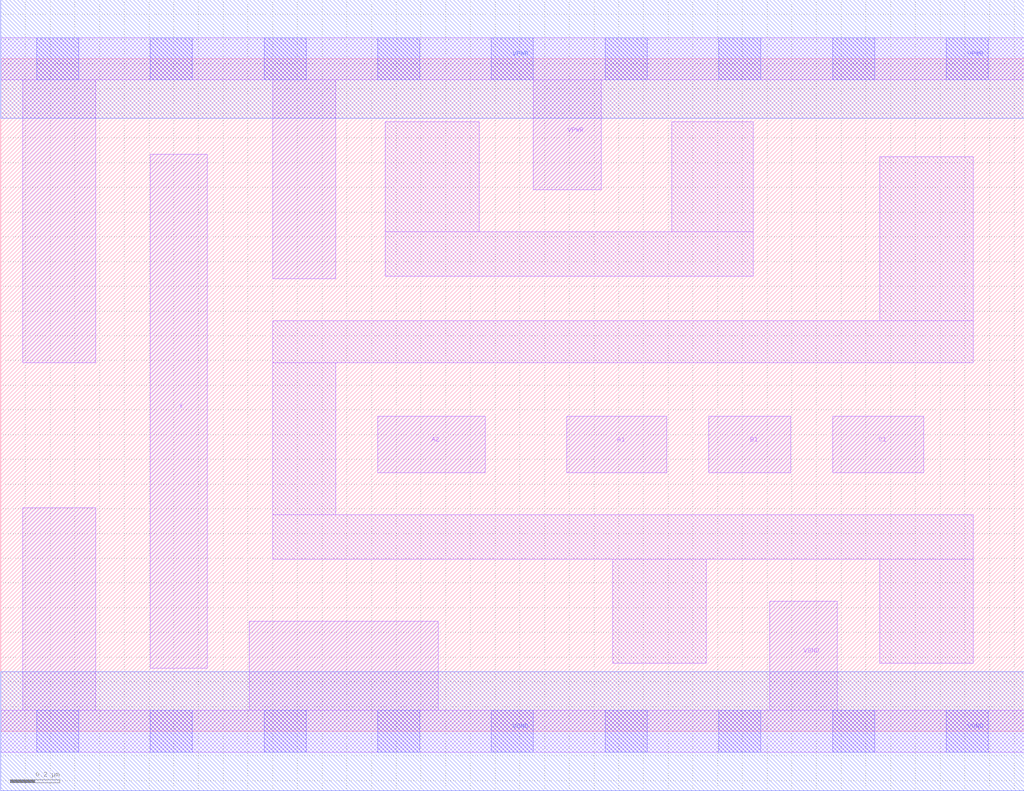
<source format=lef>
# Copyright 2020 The SkyWater PDK Authors
#
# Licensed under the Apache License, Version 2.0 (the "License");
# you may not use this file except in compliance with the License.
# You may obtain a copy of the License at
#
#     https://www.apache.org/licenses/LICENSE-2.0
#
# Unless required by applicable law or agreed to in writing, software
# distributed under the License is distributed on an "AS IS" BASIS,
# WITHOUT WARRANTIES OR CONDITIONS OF ANY KIND, either express or implied.
# See the License for the specific language governing permissions and
# limitations under the License.
#
# SPDX-License-Identifier: Apache-2.0

VERSION 5.7 ;
  NAMESCASESENSITIVE ON ;
  NOWIREEXTENSIONATPIN ON ;
  DIVIDERCHAR "/" ;
  BUSBITCHARS "[]" ;
UNITS
  DATABASE MICRONS 200 ;
END UNITS
PROPERTYDEFINITIONS
  MACRO maskLayoutSubType STRING ;
  MACRO prCellType STRING ;
  MACRO originalViewName STRING ;
END PROPERTYDEFINITIONS
MACRO sky130_fd_sc_hdll__a211o_2
  CLASS CORE ;
  FOREIGN sky130_fd_sc_hdll__a211o_2 ;
  ORIGIN  0.000000  0.000000 ;
  SIZE  4.140000 BY  2.720000 ;
  SYMMETRY X Y R90 ;
  SITE unithd ;
  PIN A1
    ANTENNAGATEAREA  0.277500 ;
    DIRECTION INPUT ;
    USE SIGNAL ;
    PORT
      LAYER li1 ;
        RECT 2.290000 1.045000 2.695000 1.275000 ;
    END
  END A1
  PIN A2
    ANTENNAGATEAREA  0.277500 ;
    DIRECTION INPUT ;
    USE SIGNAL ;
    PORT
      LAYER li1 ;
        RECT 1.525000 1.045000 1.960000 1.275000 ;
    END
  END A2
  PIN B1
    ANTENNAGATEAREA  0.277500 ;
    DIRECTION INPUT ;
    USE SIGNAL ;
    PORT
      LAYER li1 ;
        RECT 2.865000 1.045000 3.195000 1.275000 ;
    END
  END B1
  PIN C1
    ANTENNAGATEAREA  0.277500 ;
    DIRECTION INPUT ;
    USE SIGNAL ;
    PORT
      LAYER li1 ;
        RECT 3.365000 1.045000 3.735000 1.275000 ;
    END
  END C1
  PIN VGND
    ANTENNADIFFAREA  1.027000 ;
    DIRECTION INOUT ;
    USE SIGNAL ;
    PORT
      LAYER li1 ;
        RECT 0.000000 -0.085000 4.140000 0.085000 ;
        RECT 0.090000  0.085000 0.385000 0.905000 ;
        RECT 1.005000  0.085000 1.770000 0.445000 ;
        RECT 3.110000  0.085000 3.385000 0.525000 ;
      LAYER mcon ;
        RECT 0.145000 -0.085000 0.315000 0.085000 ;
        RECT 0.605000 -0.085000 0.775000 0.085000 ;
        RECT 1.065000 -0.085000 1.235000 0.085000 ;
        RECT 1.525000 -0.085000 1.695000 0.085000 ;
        RECT 1.985000 -0.085000 2.155000 0.085000 ;
        RECT 2.445000 -0.085000 2.615000 0.085000 ;
        RECT 2.905000 -0.085000 3.075000 0.085000 ;
        RECT 3.365000 -0.085000 3.535000 0.085000 ;
        RECT 3.825000 -0.085000 3.995000 0.085000 ;
      LAYER met1 ;
        RECT 0.000000 -0.240000 4.140000 0.240000 ;
    END
  END VGND
  PIN VPWR
    ANTENNADIFFAREA  0.940000 ;
    DIRECTION INOUT ;
    USE SIGNAL ;
    PORT
      LAYER li1 ;
        RECT 0.000000 2.635000 4.140000 2.805000 ;
        RECT 0.090000 1.490000 0.385000 2.635000 ;
        RECT 1.100000 1.830000 1.355000 2.635000 ;
        RECT 2.155000 2.190000 2.430000 2.635000 ;
      LAYER mcon ;
        RECT 0.145000 2.635000 0.315000 2.805000 ;
        RECT 0.605000 2.635000 0.775000 2.805000 ;
        RECT 1.065000 2.635000 1.235000 2.805000 ;
        RECT 1.525000 2.635000 1.695000 2.805000 ;
        RECT 1.985000 2.635000 2.155000 2.805000 ;
        RECT 2.445000 2.635000 2.615000 2.805000 ;
        RECT 2.905000 2.635000 3.075000 2.805000 ;
        RECT 3.365000 2.635000 3.535000 2.805000 ;
        RECT 3.825000 2.635000 3.995000 2.805000 ;
      LAYER met1 ;
        RECT 0.000000 2.480000 4.140000 2.960000 ;
    END
  END VPWR
  PIN X
    ANTENNADIFFAREA  0.504500 ;
    DIRECTION OUTPUT ;
    USE SIGNAL ;
    PORT
      LAYER li1 ;
        RECT 0.605000 0.255000 0.835000 2.335000 ;
    END
  END X
  OBS
    LAYER li1 ;
      RECT 1.100000 0.695000 3.935000 0.875000 ;
      RECT 1.100000 0.875000 1.355000 1.490000 ;
      RECT 1.100000 1.490000 3.935000 1.660000 ;
      RECT 1.555000 1.840000 3.045000 2.020000 ;
      RECT 1.555000 2.020000 1.935000 2.465000 ;
      RECT 2.475000 0.275000 2.855000 0.695000 ;
      RECT 2.715000 2.020000 3.045000 2.465000 ;
      RECT 3.555000 0.275000 3.935000 0.695000 ;
      RECT 3.555000 1.660000 3.935000 2.325000 ;
  END
  PROPERTY maskLayoutSubType "abstract" ;
  PROPERTY prCellType "standard" ;
  PROPERTY originalViewName "layout" ;
END sky130_fd_sc_hdll__a211o_2

</source>
